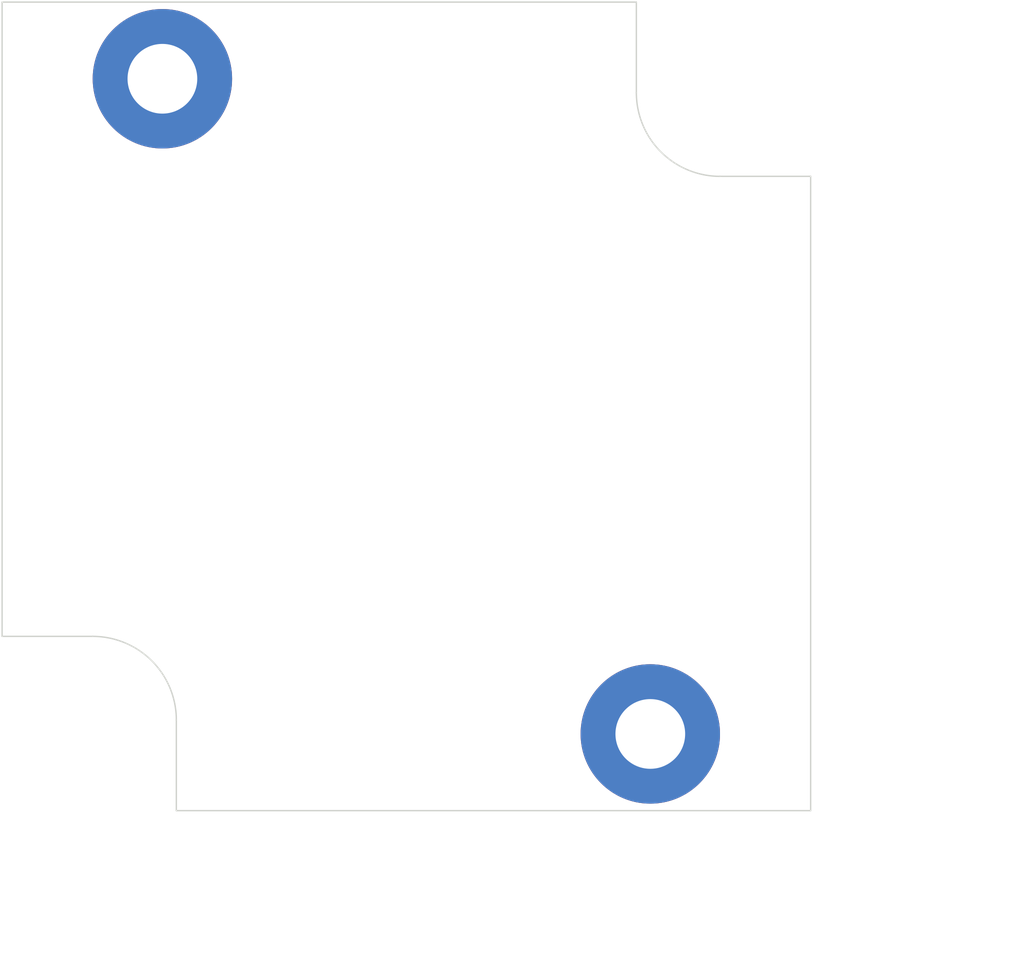
<source format=kicad_pcb>
(kicad_pcb (version 20171130) (host pcbnew "(5.1.4)-1")

  (general
    (thickness 1.6)
    (drawings 12)
    (tracks 0)
    (zones 0)
    (modules 2)
    (nets 1)
  )

  (page A4)
  (layers
    (0 F.Cu signal)
    (31 B.Cu signal)
    (32 B.Adhes user)
    (33 F.Adhes user)
    (34 B.Paste user)
    (35 F.Paste user)
    (36 B.SilkS user)
    (37 F.SilkS user)
    (38 B.Mask user)
    (39 F.Mask user)
    (40 Dwgs.User user)
    (41 Cmts.User user)
    (42 Eco1.User user)
    (43 Eco2.User user)
    (44 Edge.Cuts user)
    (45 Margin user)
    (46 B.CrtYd user)
    (47 F.CrtYd user)
    (48 B.Fab user)
    (49 F.Fab user)
  )

  (setup
    (last_trace_width 0.25)
    (trace_clearance 0.2)
    (zone_clearance 0.508)
    (zone_45_only no)
    (trace_min 0.2)
    (via_size 0.8)
    (via_drill 0.4)
    (via_min_size 0.4)
    (via_min_drill 0.3)
    (uvia_size 0.3)
    (uvia_drill 0.1)
    (uvias_allowed no)
    (uvia_min_size 0.2)
    (uvia_min_drill 0.1)
    (edge_width 0.05)
    (segment_width 0.2)
    (pcb_text_width 0.3)
    (pcb_text_size 1.5 1.5)
    (mod_edge_width 0.12)
    (mod_text_size 1 1)
    (mod_text_width 0.15)
    (pad_size 5 5)
    (pad_drill 2.5)
    (pad_to_mask_clearance 0.051)
    (solder_mask_min_width 0.25)
    (aux_axis_origin 15 44)
    (visible_elements 7FFFFFFF)
    (pcbplotparams
      (layerselection 0x010fc_ffffffff)
      (usegerberextensions false)
      (usegerberattributes false)
      (usegerberadvancedattributes false)
      (creategerberjobfile false)
      (excludeedgelayer true)
      (linewidth 0.100000)
      (plotframeref false)
      (viasonmask false)
      (mode 1)
      (useauxorigin false)
      (hpglpennumber 1)
      (hpglpenspeed 20)
      (hpglpendiameter 15.000000)
      (psnegative false)
      (psa4output false)
      (plotreference true)
      (plotvalue true)
      (plotinvisibletext false)
      (padsonsilk false)
      (subtractmaskfromsilk false)
      (outputformat 1)
      (mirror false)
      (drillshape 1)
      (scaleselection 1)
      (outputdirectory ""))
  )

  (net 0 "")

  (net_class Default "This is the default net class."
    (clearance 0.2)
    (trace_width 0.25)
    (via_dia 0.8)
    (via_drill 0.4)
    (uvia_dia 0.3)
    (uvia_drill 0.1)
  )

  (module MountingHole:MountingHole_2.5mm_Pad (layer F.Cu) (tedit 5D742A99) (tstamp 5D72D0B8)
    (at 38.25 41.25)
    (descr "Mounting Hole 2.5mm")
    (tags "mounting hole 2.5mm")
    (attr virtual)
    (fp_text reference ~ (at 0 -3.5) (layer F.SilkS) hide
      (effects (font (size 1 1) (thickness 0.15)))
    )
    (fp_text value ~ (at 0 3.5) (layer F.Fab) hide
      (effects (font (size 1 1) (thickness 0.15)))
    )
    (fp_text user %R (at 0.3 0) (layer F.Fab)
      (effects (font (size 1 1) (thickness 0.15)))
    )
    (fp_circle (center 0 0) (end 2.5 0) (layer Cmts.User) (width 0.15))
    (fp_circle (center 0 0) (end 2.75 0) (layer F.CrtYd) (width 0.05))
    (pad ~ thru_hole circle (at 0 0) (size 5 5) (drill 2.5) (layers *.Cu *.Mask))
  )

  (module MountingHole:MountingHole_2.5mm_Pad (layer F.Cu) (tedit 5D742A92) (tstamp 5D72D056)
    (at 20.75 17.75)
    (descr "Mounting Hole 2.5mm")
    (tags "mounting hole 2.5mm")
    (attr virtual)
    (fp_text reference ~ (at 0 -3.5) (layer F.SilkS) hide
      (effects (font (size 1 1) (thickness 0.15)))
    )
    (fp_text value ~ (at 0 3.5) (layer F.Fab) hide
      (effects (font (size 1 1) (thickness 0.15)))
    )
    (fp_circle (center 0 0) (end 2.75 0) (layer F.CrtYd) (width 0.05))
    (fp_circle (center 0 0) (end 2.5 0) (layer Cmts.User) (width 0.15))
    (fp_text user %R (at 0.3 0) (layer F.Fab)
      (effects (font (size 1 1) (thickness 0.15)))
    )
    (pad ~ thru_hole circle (at 0 0) (size 5 5) (drill 2.5) (layers *.Cu *.Mask))
  )

  (dimension 29 (width 0.15) (layer Dwgs.User)
    (gr_text "29,000 mm" (at 50.3 29.5 90) (layer Dwgs.User)
      (effects (font (size 1 1) (thickness 0.15)))
    )
    (feature1 (pts (xy 44 15) (xy 49.586421 15)))
    (feature2 (pts (xy 44 44) (xy 49.586421 44)))
    (crossbar (pts (xy 49 44) (xy 49 15)))
    (arrow1a (pts (xy 49 15) (xy 49.586421 16.126504)))
    (arrow1b (pts (xy 49 15) (xy 48.413579 16.126504)))
    (arrow2a (pts (xy 49 44) (xy 49.586421 42.873496)))
    (arrow2b (pts (xy 49 44) (xy 48.413579 42.873496)))
  )
  (dimension 29 (width 0.15) (layer Dwgs.User)
    (gr_text "29,000 mm" (at 29.5 50.3) (layer Dwgs.User)
      (effects (font (size 1 1) (thickness 0.15)))
    )
    (feature1 (pts (xy 44 44) (xy 44 49.586421)))
    (feature2 (pts (xy 15 44) (xy 15 49.586421)))
    (crossbar (pts (xy 15 49) (xy 44 49)))
    (arrow1a (pts (xy 44 49) (xy 42.873496 49.586421)))
    (arrow1b (pts (xy 44 49) (xy 42.873496 48.413579)))
    (arrow2a (pts (xy 15 49) (xy 16.126504 49.586421)))
    (arrow2b (pts (xy 15 49) (xy 16.126504 48.413579)))
  )
  (gr_arc (start 18.25 40.75) (end 21.25 40.75) (angle -90) (layer Edge.Cuts) (width 0.05) (tstamp 5D72E21E))
  (gr_arc (start 40.75 18.25) (end 37.75 18.25) (angle -90) (layer Edge.Cuts) (width 0.05))
  (gr_line (start 37.75 18.25) (end 37.75 15) (layer Edge.Cuts) (width 0.05))
  (gr_line (start 44 21.25) (end 40.75 21.25) (layer Edge.Cuts) (width 0.05))
  (gr_line (start 18.25 37.75) (end 15 37.75) (layer Edge.Cuts) (width 0.05))
  (gr_line (start 21.25 44) (end 21.25 40.75) (layer Edge.Cuts) (width 0.05))
  (gr_line (start 15 37.75) (end 15 15) (layer Edge.Cuts) (width 0.05) (tstamp 5D72E1C7))
  (gr_line (start 44 44) (end 21.25 44) (layer Edge.Cuts) (width 0.05))
  (gr_line (start 44 21.25) (end 44 44) (layer Edge.Cuts) (width 0.05))
  (gr_line (start 15 15) (end 37.75 15) (layer Edge.Cuts) (width 0.05))

)

</source>
